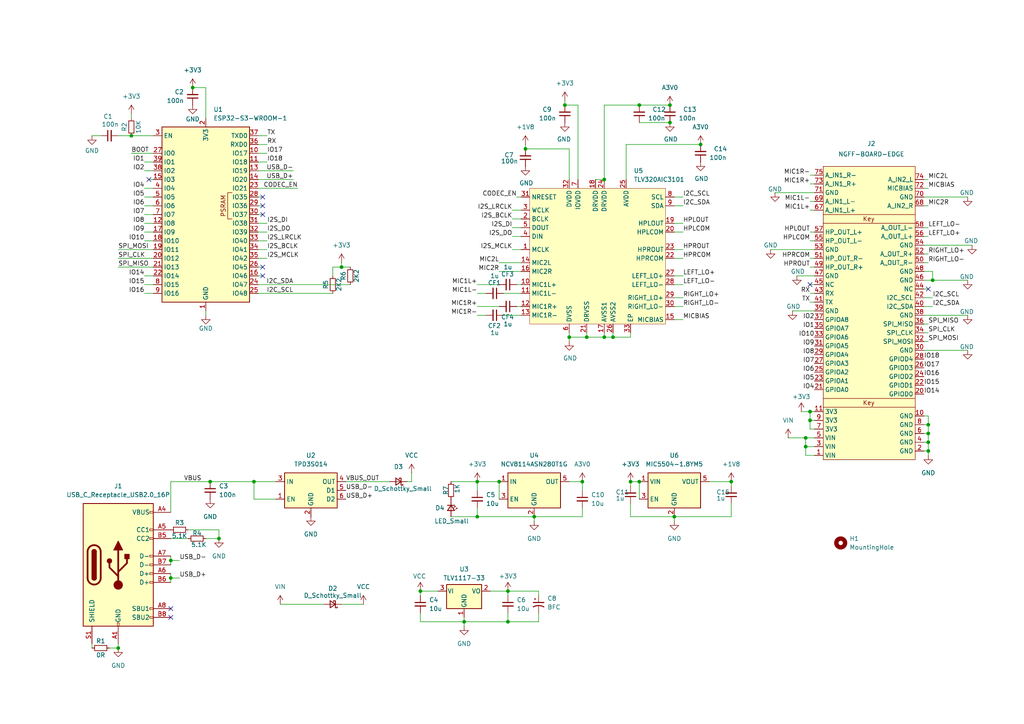
<source format=kicad_sch>
(kicad_sch (version 20231120) (generator "eeschema") (generator_version "8.0")
  (paper "A4")
  (junction (at 99.06 77.47))
  (junction (at 170.18 97.79))
  (junction (at 175.26 97.79))
  (junction (at 165.1 97.79))
  (junction (at 234.95 121.92))
  (junction (at 269.24 128.27))
  (junction (at 233.68 129.54))
  (junction (at 185.42 30.48))
  (junction (at 138.43 149.86))
  (junction (at 147.32 171.45))
  (junction (at 194.31 35.56))
  (junction (at 269.24 123.19))
  (junction (at 49.53 162.56))
  (junction (at 203.2 41.91))
  (junction (at 34.29 187.96))
  (junction (at 195.58 149.86))
  (junction (at 38.1 39.37))
  (junction (at 60.96 139.7))
  (junction (at 185.42 139.7))
  (junction (at 269.24 125.73))
  (junction (at 152.4 43.18))
  (junction (at 270.51 81.28))
  (junction (at 177.8 97.79))
  (junction (at 121.92 171.45))
  (junction (at 168.91 139.7))
  (junction (at 194.31 30.48))
  (junction (at 182.88 139.7))
  (junction (at 63.5 156.21))
  (junction (at 147.32 180.34))
  (junction (at 269.24 130.81))
  (junction (at 234.95 119.38))
  (junction (at 134.62 180.34))
  (junction (at 49.53 167.64))
  (junction (at 144.78 139.7))
  (junction (at 163.83 30.48))
  (junction (at 154.94 149.86))
  (junction (at 138.43 139.7))
  (junction (at 175.26 52.07))
  (junction (at 233.68 127))
  (junction (at 212.09 139.7))
  (junction (at 55.88 25.4))
  (junction (at 73.66 139.7))
  (no_connect (at 76.2 80.01))
  (no_connect (at 76.2 77.47))
  (no_connect (at 49.53 179.07))
  (no_connect (at 76.2 59.69))
  (no_connect (at 269.24 83.82))
  (no_connect (at 76.2 62.23))
  (no_connect (at 49.53 176.53))
  (no_connect (at 43.18 52.07))
  (no_connect (at 234.95 82.55))
  (no_connect (at 76.2 57.15))
  (wire (pts (xy 41.91 67.31) (xy 44.45 67.31)))
  (wire (pts (xy 267.97 93.98) (xy 269.24 93.98)))
  (wire (pts (xy 41.91 54.61) (xy 44.45 54.61)))
  (wire (pts (xy 26.67 39.37) (xy 29.21 39.37)))
  (wire (pts (xy 34.29 74.93) (xy 44.45 74.93)))
  (wire (pts (xy 119.38 137.16) (xy 119.38 139.7)))
  (wire (pts (xy 41.91 69.85) (xy 44.45 69.85)))
  (wire (pts (xy 31.75 187.96) (xy 34.29 187.96)))
  (wire (pts (xy 34.29 187.96) (xy 34.29 186.69)))
  (wire (pts (xy 41.91 82.55) (xy 44.45 82.55)))
  (wire (pts (xy 148.59 63.5) (xy 151.13 63.5)))
  (wire (pts (xy 270.51 81.28) (xy 267.97 81.28)))
  (wire (pts (xy 185.42 139.7) (xy 185.42 144.78)))
  (wire (pts (xy 85.09 52.07) (xy 74.93 52.07)))
  (wire (pts (xy 156.21 180.34) (xy 147.32 180.34)))
  (wire (pts (xy 144.78 139.7) (xy 144.78 144.78)))
  (wire (pts (xy 142.24 171.45) (xy 147.32 171.45)))
  (wire (pts (xy 234.95 85.09) (xy 236.22 85.09)))
  (wire (pts (xy 175.26 97.79) (xy 177.8 97.79)))
  (wire (pts (xy 148.59 72.39) (xy 151.13 72.39)))
  (wire (pts (xy 85.09 49.53) (xy 74.93 49.53)))
  (wire (pts (xy 130.81 149.86) (xy 138.43 149.86)))
  (wire (pts (xy 269.24 68.58) (xy 267.97 68.58)))
  (wire (pts (xy 234.95 74.93) (xy 236.22 74.93)))
  (wire (pts (xy 73.66 139.7) (xy 73.66 144.78)))
  (wire (pts (xy 194.31 30.48) (xy 185.42 30.48)))
  (wire (pts (xy 181.61 41.91) (xy 203.2 41.91)))
  (wire (pts (xy 198.12 72.39) (xy 195.58 72.39)))
  (wire (pts (xy 86.36 54.61) (xy 74.93 54.61)))
  (wire (pts (xy 233.68 127) (xy 236.22 127)))
  (wire (pts (xy 182.88 149.86) (xy 195.58 149.86)))
  (wire (pts (xy 146.05 85.09) (xy 151.13 85.09)))
  (wire (pts (xy 99.06 175.26) (xy 105.41 175.26)))
  (wire (pts (xy 121.92 171.45) (xy 121.92 172.72)))
  (wire (pts (xy 49.53 162.56) (xy 49.53 163.83)))
  (wire (pts (xy 63.5 153.67) (xy 63.5 156.21)))
  (wire (pts (xy 146.05 91.44) (xy 151.13 91.44)))
  (wire (pts (xy 74.93 85.09) (xy 96.52 85.09)))
  (wire (pts (xy 182.88 139.7) (xy 185.42 139.7)))
  (wire (pts (xy 269.24 123.19) (xy 267.97 123.19)))
  (wire (pts (xy 269.24 99.06) (xy 267.97 99.06)))
  (wire (pts (xy 77.47 46.99) (xy 74.93 46.99)))
  (wire (pts (xy 269.24 130.81) (xy 269.24 128.27)))
  (wire (pts (xy 59.69 25.4) (xy 59.69 34.29)))
  (wire (pts (xy 149.86 82.55) (xy 151.13 82.55)))
  (wire (pts (xy 212.09 140.97) (xy 212.09 139.7)))
  (wire (pts (xy 99.06 77.47) (xy 101.6 77.47)))
  (wire (pts (xy 175.26 30.48) (xy 175.26 52.07)))
  (wire (pts (xy 147.32 180.34) (xy 134.62 180.34)))
  (wire (pts (xy 49.53 139.7) (xy 49.53 148.59)))
  (wire (pts (xy 76.2 80.01) (xy 74.93 80.01)))
  (wire (pts (xy 182.88 146.05) (xy 182.88 149.86)))
  (wire (pts (xy 212.09 149.86) (xy 195.58 149.86)))
  (wire (pts (xy 152.4 43.18) (xy 165.1 43.18)))
  (wire (pts (xy 224.79 55.88) (xy 236.22 55.88)))
  (wire (pts (xy 165.1 97.79) (xy 165.1 96.52)))
  (wire (pts (xy 121.92 171.45) (xy 127 171.45)))
  (wire (pts (xy 134.62 179.07) (xy 134.62 180.34)))
  (wire (pts (xy 156.21 172.72) (xy 156.21 171.45)))
  (wire (pts (xy 138.43 139.7) (xy 144.78 139.7)))
  (wire (pts (xy 269.24 128.27) (xy 267.97 128.27)))
  (wire (pts (xy 234.95 121.92) (xy 234.95 124.46)))
  (wire (pts (xy 198.12 88.9) (xy 195.58 88.9)))
  (wire (pts (xy 269.24 76.2) (xy 267.97 76.2)))
  (wire (pts (xy 195.58 151.13) (xy 195.58 149.86)))
  (wire (pts (xy 234.95 53.34) (xy 236.22 53.34)))
  (wire (pts (xy 181.61 41.91) (xy 181.61 52.07)))
  (wire (pts (xy 49.53 167.64) (xy 52.07 167.64)))
  (wire (pts (xy 134.62 180.34) (xy 121.92 180.34)))
  (wire (pts (xy 149.86 57.15) (xy 151.13 57.15)))
  (wire (pts (xy 269.24 52.07) (xy 267.97 52.07)))
  (wire (pts (xy 138.43 149.86) (xy 154.94 149.86)))
  (wire (pts (xy 185.42 35.56) (xy 194.31 35.56)))
  (wire (pts (xy 229.87 90.17) (xy 236.22 90.17)))
  (wire (pts (xy 96.52 80.01) (xy 96.52 77.47)))
  (wire (pts (xy 59.69 156.21) (xy 63.5 156.21)))
  (wire (pts (xy 198.12 74.93) (xy 195.58 74.93)))
  (wire (pts (xy 233.68 129.54) (xy 236.22 129.54)))
  (wire (pts (xy 76.2 59.69) (xy 74.93 59.69)))
  (wire (pts (xy 269.24 120.65) (xy 267.97 120.65)))
  (wire (pts (xy 138.43 88.9) (xy 144.78 88.9)))
  (wire (pts (xy 198.12 92.71) (xy 195.58 92.71)))
  (wire (pts (xy 165.1 139.7) (xy 168.91 139.7)))
  (wire (pts (xy 198.12 80.01) (xy 195.58 80.01)))
  (wire (pts (xy 233.68 129.54) (xy 233.68 132.08)))
  (wire (pts (xy 168.91 147.32) (xy 168.91 149.86)))
  (wire (pts (xy 80.01 144.78) (xy 73.66 144.78)))
  (wire (pts (xy 234.95 58.42) (xy 236.22 58.42)))
  (wire (pts (xy 198.12 57.15) (xy 195.58 57.15)))
  (wire (pts (xy 77.47 67.31) (xy 74.93 67.31)))
  (wire (pts (xy 167.64 30.48) (xy 167.64 52.07)))
  (wire (pts (xy 167.64 30.48) (xy 163.83 30.48)))
  (wire (pts (xy 270.51 86.36) (xy 267.97 86.36)))
  (wire (pts (xy 138.43 139.7) (xy 138.43 142.24)))
  (wire (pts (xy 168.91 142.24) (xy 168.91 139.7)))
  (wire (pts (xy 175.26 97.79) (xy 175.26 96.52)))
  (wire (pts (xy 163.83 29.21) (xy 163.83 30.48)))
  (wire (pts (xy 41.91 62.23) (xy 44.45 62.23)))
  (wire (pts (xy 119.38 139.7) (xy 118.11 139.7)))
  (wire (pts (xy 138.43 85.09) (xy 140.97 85.09)))
  (wire (pts (xy 234.95 60.96) (xy 236.22 60.96)))
  (wire (pts (xy 76.2 57.15) (xy 74.93 57.15)))
  (wire (pts (xy 77.47 64.77) (xy 74.93 64.77)))
  (wire (pts (xy 54.61 153.67) (xy 63.5 153.67)))
  (wire (pts (xy 234.95 121.92) (xy 236.22 121.92)))
  (wire (pts (xy 198.12 59.69) (xy 195.58 59.69)))
  (wire (pts (xy 148.59 68.58) (xy 151.13 68.58)))
  (wire (pts (xy 41.91 57.15) (xy 44.45 57.15)))
  (wire (pts (xy 198.12 82.55) (xy 195.58 82.55)))
  (wire (pts (xy 60.96 139.7) (xy 73.66 139.7)))
  (wire (pts (xy 165.1 97.79) (xy 165.1 99.06)))
  (wire (pts (xy 234.95 67.31) (xy 236.22 67.31)))
  (wire (pts (xy 269.24 54.61) (xy 267.97 54.61)))
  (wire (pts (xy 149.86 88.9) (xy 151.13 88.9)))
  (wire (pts (xy 152.4 43.18) (xy 152.4 41.91)))
  (wire (pts (xy 234.95 69.85) (xy 236.22 69.85)))
  (wire (pts (xy 269.24 123.19) (xy 269.24 120.65)))
  (wire (pts (xy 81.28 175.26) (xy 93.98 175.26)))
  (wire (pts (xy 34.29 77.47) (xy 44.45 77.47)))
  (wire (pts (xy 269.24 130.81) (xy 267.97 130.81)))
  (wire (pts (xy 228.6 127) (xy 233.68 127)))
  (wire (pts (xy 233.68 127) (xy 233.68 129.54)))
  (wire (pts (xy 269.24 96.52) (xy 267.97 96.52)))
  (wire (pts (xy 205.74 139.7) (xy 212.09 139.7)))
  (wire (pts (xy 99.06 76.2) (xy 99.06 77.47)))
  (wire (pts (xy 147.32 171.45) (xy 156.21 171.45)))
  (wire (pts (xy 267.97 101.6) (xy 280.67 101.6)))
  (wire (pts (xy 41.91 64.77) (xy 44.45 64.77)))
  (wire (pts (xy 59.69 25.4) (xy 55.88 25.4)))
  (wire (pts (xy 168.91 149.86) (xy 154.94 149.86)))
  (wire (pts (xy 38.1 39.37) (xy 44.45 39.37)))
  (wire (pts (xy 77.47 72.39) (xy 74.93 72.39)))
  (wire (pts (xy 269.24 66.04) (xy 267.97 66.04)))
  (wire (pts (xy 269.24 132.08) (xy 269.24 130.81)))
  (wire (pts (xy 198.12 64.77) (xy 195.58 64.77)))
  (wire (pts (xy 148.59 60.96) (xy 151.13 60.96)))
  (wire (pts (xy 269.24 125.73) (xy 267.97 125.73)))
  (wire (pts (xy 172.72 52.07) (xy 175.26 52.07)))
  (wire (pts (xy 234.95 87.63) (xy 236.22 87.63)))
  (wire (pts (xy 165.1 43.18) (xy 165.1 52.07)))
  (wire (pts (xy 41.91 85.09) (xy 44.45 85.09)))
  (wire (pts (xy 138.43 91.44) (xy 140.97 91.44)))
  (wire (pts (xy 198.12 67.31) (xy 195.58 67.31)))
  (wire (pts (xy 269.24 59.69) (xy 267.97 59.69)))
  (wire (pts (xy 38.1 34.29) (xy 38.1 33.02)))
  (wire (pts (xy 267.97 57.15) (xy 280.67 57.15)))
  (wire (pts (xy 231.14 80.01) (xy 236.22 80.01)))
  (wire (pts (xy 223.52 72.39) (xy 236.22 72.39)))
  (wire (pts (xy 138.43 82.55) (xy 144.78 82.55)))
  (wire (pts (xy 267.97 71.12) (xy 281.94 71.12)))
  (wire (pts (xy 73.66 139.7) (xy 80.01 139.7)))
  (wire (pts (xy 234.95 119.38) (xy 234.95 121.92)))
  (wire (pts (xy 234.95 50.8) (xy 236.22 50.8)))
  (wire (pts (xy 198.12 86.36) (xy 195.58 86.36)))
  (wire (pts (xy 74.93 82.55) (xy 101.6 82.55)))
  (wire (pts (xy 49.53 167.64) (xy 49.53 168.91)))
  (wire (pts (xy 269.24 125.73) (xy 269.24 128.27)))
  (wire (pts (xy 96.52 77.47) (xy 99.06 77.47)))
  (wire (pts (xy 175.26 30.48) (xy 185.42 30.48)))
  (wire (pts (xy 270.51 88.9) (xy 267.97 88.9)))
  (wire (pts (xy 165.1 97.79) (xy 170.18 97.79)))
  (wire (pts (xy 154.94 151.13) (xy 154.94 149.86)))
  (wire (pts (xy 41.91 46.99) (xy 44.45 46.99)))
  (wire (pts (xy 77.47 74.93) (xy 74.93 74.93)))
  (wire (pts (xy 74.93 39.37) (xy 77.47 39.37)))
  (wire (pts (xy 147.32 177.8) (xy 147.32 180.34)))
  (wire (pts (xy 182.88 97.79) (xy 182.88 96.52)))
  (wire (pts (xy 267.97 78.74) (xy 270.51 78.74)))
  (wire (pts (xy 49.53 162.56) (xy 52.07 162.56)))
  (wire (pts (xy 144.78 78.74) (xy 151.13 78.74)))
  (wire (pts (xy 144.78 76.2) (xy 151.13 76.2)))
  (wire (pts (xy 100.33 139.7) (xy 113.03 139.7)))
  (wire (pts (xy 156.21 177.8) (xy 156.21 180.34)))
  (wire (pts (xy 170.18 97.79) (xy 170.18 96.52)))
  (wire (pts (xy 234.95 77.47) (xy 236.22 77.47)))
  (wire (pts (xy 234.95 119.38) (xy 236.22 119.38)))
  (wire (pts (xy 59.69 91.44) (xy 59.69 90.17)))
  (wire (pts (xy 212.09 146.05) (xy 212.09 149.86)))
  (wire (pts (xy 49.53 161.29) (xy 49.53 162.56)))
  (wire (pts (xy 74.93 41.91) (xy 77.47 41.91)))
  (wire (pts (xy 138.43 147.32) (xy 138.43 149.86)))
  (wire (pts (xy 177.8 97.79) (xy 182.88 97.79)))
  (wire (pts (xy 49.53 156.21) (xy 54.61 156.21)))
  (wire (pts (xy 148.59 66.04) (xy 151.13 66.04)))
  (wire (pts (xy 76.2 62.23) (xy 74.93 62.23)))
  (wire (pts (xy 182.88 140.97) (xy 182.88 139.7)))
  (wire (pts (xy 234.95 82.55) (xy 236.22 82.55)))
  (wire (pts (xy 280.67 81.28) (xy 270.51 81.28)))
  (wire (pts (xy 267.97 91.44) (xy 280.67 91.44)))
  (wire (pts (xy 170.18 97.79) (xy 175.26 97.79)))
  (wire (pts (xy 41.91 80.01) (xy 44.45 80.01)))
  (wire (pts (xy 76.2 77.47) (xy 74.93 77.47)))
  (wire (pts (xy 269.24 73.66) (xy 267.97 73.66)))
  (wire (pts (xy 34.29 39.37) (xy 38.1 39.37)))
  (wire (pts (xy 43.18 52.07) (xy 44.45 52.07)))
  (wire (pts (xy 233.68 132.08) (xy 236.22 132.08)))
  (wire (pts (xy 41.91 59.69) (xy 44.45 59.69)))
  (wire (pts (xy 130.81 139.7) (xy 138.43 139.7)))
  (wire (pts (xy 26.67 187.96) (xy 26.67 186.69)))
  (wire (pts (xy 49.53 166.37) (xy 49.53 167.64)))
  (wire (pts (xy 38.1 44.45) (xy 44.45 44.45)))
  (wire (pts (xy 234.95 124.46) (xy 236.22 124.46)))
  (wire (pts (xy 134.62 181.61) (xy 134.62 180.34)))
  (wire (pts (xy 77.47 44.45) (xy 74.93 44.45)))
  (wire (pts (xy 121.92 180.34) (xy 121.92 177.8)))
  (wire (pts (xy 269.24 125.73) (xy 269.24 123.19)))
  (wire (pts (xy 49.53 139.7) (xy 60.96 139.7)))
  (wire (pts (xy 232.41 119.38) (xy 234.95 119.38)))
  (wire (pts (xy 34.29 72.39) (xy 44.45 72.39)))
  (wire (pts (xy 270.51 78.74) (xy 270.51 81.28)))
  (wire (pts (xy 147.32 171.45) (xy 147.32 172.72)))
  (wire (pts (xy 77.47 69.85) (xy 74.93 69.85)))
  (wire (pts (xy 269.24 83.82) (xy 267.97 83.82)))
  (wire (pts (xy 41.91 49.53) (xy 44.45 49.53)))
  (wire (pts (xy 177.8 97.79) (xy 177.8 96.52)))
  (label "I2C_SCL" (at 270.51 86.36 0))
  (label "IO16" (at 267.97 109.22 0))
  (label "SPI_MISO" (at 34.29 77.47 0))
  (label "RIGHT_LO-" (at 198.12 88.9 0))
  (label "I2C_SCL" (at 198.12 57.15 0))
  (label "USB_D+" (at 52.07 167.64 0))
  (label "BOOT" (at 38.1 44.45 0))
  (label "CODEC_EN" (at 86.36 54.61 180))
  (label "IO10" (at 41.91 69.85 180))
  (label "I2S_BCLK" (at 77.47 72.39 0))
  (label "IO17" (at 77.47 44.45 0))
  (label "SPI_CLK" (at 34.29 74.93 0))
  (label "MIC1L+" (at 138.43 82.55 180))
  (label "USB_D+" (at 100.33 144.78 0))
  (label "IO4" (at 41.91 54.61 180))
  (label "I2C_SDA" (at 270.51 88.9 0))
  (label "IO17" (at 267.97 106.68 0))
  (label "IO2" (at 41.91 49.53 180))
  (label "HPRCOM" (at 234.95 74.93 180))
  (label "I2C_SCL" (at 85.09 85.09 180))
  (label "IO18" (at 267.97 104.14 0))
  (label "LEFT_LO-" (at 269.24 66.04 0))
  (label "SPI_MISO" (at 269.24 93.98 0))
  (label "MIC2L" (at 144.78 76.2 180))
  (label "MIC1R+" (at 234.95 53.34 180))
  (label "RX" (at 77.47 41.91 0))
  (label "IO9" (at 41.91 67.31 180))
  (label "IO5" (at 236.22 110.49 180))
  (label "VBUS_OUT" (at 100.33 139.7 0))
  (label "I2S_DO" (at 148.59 68.58 180))
  (label "IO9" (at 236.22 100.33 180))
  (label "MIC1R+" (at 138.43 88.9 180))
  (label "HPRCOM" (at 198.12 74.93 0))
  (label "I2S_MCLK" (at 148.59 72.39 180))
  (label "MIC1R-" (at 234.95 50.8 180))
  (label "I2S_DI" (at 77.47 64.77 0))
  (label "I2C_SDA" (at 85.09 82.55 180))
  (label "LEFT_LO-" (at 198.12 82.55 0))
  (label "IO4" (at 236.22 113.03 180))
  (label "IO18" (at 77.47 46.99 0))
  (label "LEFT_LO+" (at 198.12 80.01 0))
  (label "I2C_SDA" (at 198.12 59.69 0))
  (label "IO10" (at 236.22 97.79 180))
  (label "IO15" (at 41.91 82.55 180))
  (label "IO15" (at 267.97 111.76 0))
  (label "MICBIAS" (at 269.24 54.61 0))
  (label "RIGHT_LO+" (at 198.12 86.36 0))
  (label "HPLCOM" (at 234.95 69.85 180))
  (label "IO7" (at 41.91 62.23 180))
  (label "I2S_LRCLK" (at 77.47 69.85 0))
  (label "USB_D-" (at 100.33 142.24 0))
  (label "IO5" (at 41.91 57.15 180))
  (label "USB_D-" (at 52.07 162.56 0))
  (label "IO1" (at 236.22 95.25 180))
  (label "LEFT_LO+" (at 269.24 68.58 0))
  (label "I2S_LRCLK" (at 148.59 60.96 180))
  (label "IO8" (at 236.22 102.87 180))
  (label "USB_D-" (at 85.09 49.53 180))
  (label "RIGHT_LO+" (at 269.24 73.66 0))
  (label "MIC2L" (at 269.24 52.07 0))
  (label "IO8" (at 41.91 64.77 180))
  (label "MIC2R" (at 144.78 78.74 180))
  (label "TX" (at 234.95 87.63 180))
  (label "VBUS" (at 53.34 139.7 0))
  (label "I2S_BCLK" (at 148.59 63.5 180))
  (label "I2S_DO" (at 77.47 67.31 0))
  (label "MICBIAS" (at 198.12 92.71 0))
  (label "RX" (at 234.95 85.09 180))
  (label "SPI_CLK" (at 269.24 96.52 0))
  (label "HPLOUT" (at 198.12 64.77 0))
  (label "MIC2R" (at 269.24 59.69 0))
  (label "USB_D+" (at 85.09 52.07 180))
  (label "TX" (at 77.47 39.37 0))
  (label "IO1" (at 41.91 46.99 180))
  (label "RIGHT_LO-" (at 269.24 76.2 0))
  (label "MIC1L-" (at 138.43 85.09 180))
  (label "IO7" (at 236.22 105.41 180))
  (label "HPLCOM" (at 198.12 67.31 0))
  (label "IO14" (at 41.91 80.01 180))
  (label "HPROUT" (at 234.95 77.47 180))
  (label "IO14" (at 267.97 114.3 0))
  (label "IO6" (at 236.22 107.95 180))
  (label "I2S_DI" (at 148.59 66.04 180))
  (label "CODEC_EN" (at 149.86 57.15 180))
  (label "HPLOUT" (at 234.95 67.31 180))
  (label "HPROUT" (at 198.12 72.39 0))
  (label "MIC1R-" (at 138.43 91.44 180))
  (label "IO2" (at 236.22 92.71 180))
  (label "SPI_MOSI" (at 34.29 72.39 0))
  (label "IO16" (at 41.91 85.09 180))
  (label "I2S_MCLK" (at 77.47 74.93 0))
  (label "MIC1L-" (at 234.95 58.42 180))
  (label "SPI_MOSI" (at 269.24 99.06 0))
  (label "MIC1L+" (at 234.95 60.96 180))
  (label "IO6" (at 41.91 59.69 180))
  (symbol (lib_id "power:VDD") (at 81.28 175.26 0) (unit 1)
    (property "Reference" "#PWR09" (effects (hide yes)))
    (property "Value" "VIN" (at 81.28 170.18 0))
    (property "Description" "Power symbol creates a global label with name \"VDD\"" (effects (hide yes)))
  )
  (symbol (lib_id "HypersonicLib:TLV320AIC3101") (at 173.99 80.01 0) (unit 1)
    (property "Reference" "U5" (at 183.8041 49.53 0) (effects (justify left)))
    (property "Value" "TLV320AIC3101" (at 183.8041 52.07 0) (effects (justify left)))
    (property "Footprint" "Package_DFN_QFN:QFN-32-1EP_5x5mm_P0.5mm_EP3.45x3.45mm" (effects (hide yes)))
  )
  (symbol (lib_id "Device:C_Small") (at 138.43 144.78 0) (unit 1)
    (property "Reference" "C5" (at 140.97 143.5162 0) (effects (justify left)))
    (property "Value" "10u" (at 140.97 146.0562 0) (effects (justify left)))
    (property "Footprint" "Capacitor_SMD:C_0805_2012Metric" (effects (hide yes)))
    (property "Description" "Unpolarized capacitor, small symbol" (effects (hide yes)))
  )
  (symbol (lib_id "Device:C_Small") (at 185.42 33.02 180) (unit 1)
    (property "Reference" "C12" (at 189.23 31.75 0) (effects (justify right)))
    (property "Value" "100n" (at 187.96 34.29 0) (effects (justify right)))
    (property "Footprint" "Capacitor_SMD:C_0402_1005Metric" (effects (hide yes)))
    (property "Description" "Unpolarized capacitor, small symbol" (effects (hide yes)))
  )
  (symbol (lib_id "Device:C_Small") (at 194.31 33.02 180) (unit 1)
    (property "Reference" "C13" (at 198.12 31.75 0) (effects (justify right)))
    (property "Value" "100n" (at 196.85 34.29 0) (effects (justify right)))
    (property "Footprint" "Capacitor_SMD:C_0402_1005Metric" (effects (hide yes)))
    (property "Description" "Unpolarized capacitor, small symbol" (effects (hide yes)))
  )
  (symbol (lib_id "power:VDDA") (at 194.31 30.48 0) (unit 1)
    (property "Reference" "#PWR027" (effects (hide yes)))
    (property "Value" "A3V0" (at 194.31 25.4 0))
    (property "Description" "Power symbol creates a global label with name \"VDDA\"" (effects (hide yes)))
  )
  (symbol (lib_id "Device:C_Small") (at 55.88 27.94 0) (mirror x) (unit 1)
    (property "Reference" "C2" (at 53.34 26.6635 0) (effects (justify right)))
    (property "Value" "100n" (at 53.34 29.2035 0) (effects (justify right)))
    (property "Footprint" "Capacitor_SMD:C_0402_1005Metric" (effects (hide yes)))
    (property "Description" "Unpolarized capacitor, small symbol" (effects (hide yes)))
  )
  (symbol (lib_id "power:GND") (at 280.67 91.44 0) (unit 1)
    (property "Reference" "#PWR042" (effects (hide yes)))
    (property "Value" "GND" (at 280.416 90.424 0))
    (property "Description" "Power symbol creates a global label with name \"GND\" , ground" (effects (hide yes)))
  )
  (symbol (lib_id "power:GND") (at 26.67 39.37 0) (mirror y) (unit 1)
    (property "Reference" "#PWR01" (effects (hide yes)))
    (property "Value" "GND" (at 26.67 43.688 0))
    (property "Description" "Power symbol creates a global label with name \"GND\" , ground" (effects (hide yes)))
  )
  (symbol (lib_id "power:GND") (at 152.4 48.26 0) (unit 1)
    (property "Reference" "#PWR020" (effects (hide yes)))
    (property "Value" "GND" (at 152.654 53.086 0))
    (property "Description" "Power symbol creates a global label with name \"GND\" , ground" (effects (hide yes)))
  )
  (symbol (lib_id "power:GND") (at 203.2 46.99 0) (unit 1)
    (property "Reference" "#PWR031" (effects (hide yes)))
    (property "Value" "GND" (at 203.454 51.816 0))
    (property "Description" "Power symbol creates a global label with name \"GND\" , ground" (effects (hide yes)))
  )
  (symbol (lib_id "power:+3V3") (at 55.88 25.4 0) (mirror y) (unit 1)
    (property "Reference" "#PWR04" (effects (hide yes)))
    (property "Value" "+3V3" (at 55.88 20.32 0))
    (property "Description" "Power symbol creates a global label with name \"+3V3\"" (effects (hide yes)))
  )
  (symbol (lib_id "Device:C_Polarized_Small_US") (at 156.21 175.26 0) (unit 1)
    (property "Reference" "C8" (at 158.75 173.5581 0) (effects (justify left)))
    (property "Value" "BFC" (at 158.75 176.0981 0) (effects (justify left)))
    (property "Footprint" "Capacitor_SMD:C_Elec_6.3x5.8" (effects (hide yes)))
    (property "Description" "Polarized capacitor, small US symbol" (effects (hide yes)))
  )
  (symbol (lib_id "Device:C_Small") (at 203.2 44.45 180) (unit 1)
    (property "Reference" "C14" (at 207.01 43.18 0) (effects (justify right)))
    (property "Value" "100n" (at 205.74 45.72 0) (effects (justify right)))
    (property "Footprint" "Capacitor_SMD:C_0402_1005Metric" (effects (hide yes)))
    (property "Description" "Unpolarized capacitor, small symbol" (effects (hide yes)))
  )
  (symbol (lib_id "Device:C_Small") (at 147.32 175.26 0) (unit 1)
    (property "Reference" "C6" (at 149.86 173.9962 0) (effects (justify left)))
    (property "Value" "10u" (at 149.86 176.5362 0) (effects (justify left)))
    (property "Footprint" "Capacitor_SMD:C_0805_2012Metric" (effects (hide yes)))
    (property "Description" "Unpolarized capacitor, small symbol" (effects (hide yes)))
  )
  (symbol (lib_id "power:VCC") (at 121.92 171.45 0) (unit 1)
    (property "Reference" "#PWR015" (effects (hide yes)))
    (property "Value" "VCC" (at 121.666 167.132 0))
    (property "Description" "Power symbol creates a global label with name \"VCC\"" (effects (hide yes)))
  )
  (symbol (lib_id "power:GND") (at 90.17 149.86 0) (unit 1)
    (property "Reference" "#PWR011" (effects (hide yes)))
    (property "Value" "GND" (at 90.17 154.94 0))
    (property "Description" "Power symbol creates a global label with name \"GND\" , ground" (effects (hide yes)))
  )
  (symbol (lib_id "RF_Module:ESP32-S3-WROOM-1") (at 59.69 62.23 0) (unit 1)
    (property "Reference" "U1" (at 61.8841 31.75 0) (effects (justify left)))
    (property "Value" "ESP32-S3-WROOM-1" (at 61.8841 34.29 0) (effects (justify left)))
    (property "Footprint" "RF_Module:ESP32-S3-WROOM-1U" (effects (hide yes)))
    (property "Datasheet" "https://www.espressif.com/sites/default/files/documentation/esp32-s3-wroom-1_wroom-1u_datasheet_en.pdf" (effects (hide yes)))
    (property "Description" "RF Module, ESP32-S3 SoC, Wi-Fi 802.11b/g/n, Bluetooth, BLE, 32-bit, 3.3V, onboard antenna, SMD" (effects (hide yes)))
  )
  (symbol (lib_id "Device:R_Small") (at 96.52 82.55 180) (unit 1)
    (property "Reference" "R5" (at 94.488 82.55 90))
    (property "Value" "2K2" (at 98.298 82.55 90))
    (property "Footprint" "Resistor_SMD:R_0402_1005Metric" (effects (hide yes)))
    (property "Description" "Resistor, small symbol" (effects (hide yes)))
  )
  (symbol (lib_id "power:GND") (at 55.88 30.48 0) (mirror y) (unit 1)
    (property "Reference" "#PWR05" (effects (hide yes)))
    (property "Value" "GND" (at 55.88 34.544 0))
    (property "Description" "Power symbol creates a global label with name \"GND\" , ground" (effects (hide yes)))
  )
  (symbol (lib_id "Mechanical:MountingHole") (at 243.84 157.48 0) (unit 1) (exclude_from_sim yes) (in_bom no)
    (property "Reference" "H1" (at 246.38 156.2099 0) (effects (justify left)))
    (property "Value" "MountingHole" (at 246.38 158.7499 0) (effects (justify left)))
    (property "Footprint" "MountingHole:MountingHole_2.2mm_M2" (effects (hide yes)))
    (property "Description" "Mounting Hole without connection" (effects (hide yes)))
  )
  (symbol (lib_id "power:+1V8") (at 212.09 139.7 0) (unit 1)
    (property "Reference" "#PWR032" (effects (hide yes)))
    (property "Value" "+1V8" (at 212.09 134.62 0))
    (property "Description" "Power symbol creates a global label with name \"+1V8\"" (effects (hide yes)))
  )
  (symbol (lib_id "power:GND") (at 269.24 132.08 0) (unit 1)
    (property "Reference" "#PWR039" (effects (hide yes)))
    (property "Value" "GND" (at 269.24 137.16 0))
    (property "Description" "Power symbol creates a global label with name \"GND\" , ground" (effects (hide yes)))
  )
  (symbol (lib_id "power:GND") (at 280.67 57.15 0) (unit 1)
    (property "Reference" "#PWR040" (effects (hide yes)))
    (property "Value" "GND" (at 280.416 55.88 0))
    (property "Description" "Power symbol creates a global label with name \"GND\" , ground" (effects (hide yes)))
  )
  (symbol (lib_id "power:+3V3") (at 182.88 139.7 0) (unit 1)
    (property "Reference" "#PWR026" (effects (hide yes)))
    (property "Value" "+3V3" (at 182.88 134.62 0))
    (property "Description" "Power symbol creates a global label with name \"+3V3\"" (effects (hide yes)))
  )
  (symbol (lib_id "Device:R_Small") (at 29.21 187.96 90) (unit 1)
    (property "Reference" "R1" (at 29.21 185.928 90))
    (property "Value" "0R" (at 29.21 189.992 90))
    (property "Footprint" "Resistor_SMD:R_0402_1005Metric" (effects (hide yes)))
    (property "Description" "Resistor, small symbol" (effects (hide yes)))
  )
  (symbol (lib_id "Device:R_Small") (at 130.81 142.24 180) (unit 1)
    (property "Reference" "R7" (at 129.286 142.24 90))
    (property "Value" "1K" (at 132.588 141.732 90))
    (property "Footprint" "Resistor_SMD:R_0402_1005Metric" (effects (hide yes)))
    (property "Description" "Resistor, small symbol" (effects (hide yes)))
  )
  (symbol (lib_id "Device:C_Small") (at 121.92 175.26 0) (unit 1)
    (property "Reference" "C4" (at 124.46 173.9962 0) (effects (justify left)))
    (property "Value" "10u" (at 124.46 176.5362 0) (effects (justify left)))
    (property "Footprint" "Capacitor_SMD:C_0805_2012Metric" (effects (hide yes)))
    (property "Description" "Unpolarized capacitor, small symbol" (effects (hide yes)))
  )
  (symbol (lib_id "Regulator_Linear:TLV1117-33") (at 134.62 171.45 0) (unit 1)
    (property "Reference" "U3" (at 134.62 165.1 0))
    (property "Value" "TLV1117-33" (at 134.62 167.64 0))
    (property "Footprint" "Package_TO_SOT_SMD:SOT-223-3_TabPin2" (effects (hide yes)))
    (property "Datasheet" "http://www.ti.com/lit/ds/symlink/tlv1117.pdf" (effects (hide yes)))
    (property "Description" "800mA Low-Dropout Linear Regulator, 3.3V fixed output, TO-220/TO-252/TO-263/SOT-223" (effects (hide yes)))
  )
  (symbol (lib_id "power:+3V3") (at 38.1 33.02 0) (mirror y) (unit 1)
    (property "Reference" "#PWR03" (effects (hide yes)))
    (property "Value" "+3V3" (at 38.1 27.94 0))
    (property "Description" "Power symbol creates a global label with name \"+3V3\"" (effects (hide yes)))
  )
  (symbol (lib_id "Device:C_Small") (at 182.88 143.51 180) (unit 1)
    (property "Reference" "C11" (at 178.562 142.748 0) (effects (justify right)))
    (property "Value" "1u" (at 178.562 144.526 0) (effects (justify right)))
    (property "Footprint" "Capacitor_SMD:C_0603_1608Metric" (effects (hide yes)))
    (property "Description" "Unpolarized capacitor, small symbol" (effects (hide yes)))
  )
  (symbol (lib_id "Device:R_Small") (at 101.6 80.01 180) (unit 1)
    (property "Reference" "R6" (at 99.568 80.01 90))
    (property "Value" "2K2" (at 103.378 80.01 90))
    (property "Footprint" "Resistor_SMD:R_0402_1005Metric" (effects (hide yes)))
    (property "Description" "Resistor, small symbol" (effects (hide yes)))
  )
  (symbol (lib_id "power:+1V8") (at 152.4 41.91 0) (unit 1)
    (property "Reference" "#PWR019" (effects (hide yes)))
    (property "Value" "+1V8" (at 152.4 36.83 0))
    (property "Description" "Power symbol creates a global label with name \"+1V8\"" (effects (hide yes)))
  )
  (symbol (lib_id "Device:D_Schottky_Small") (at 115.57 139.7 180) (unit 1)
    (property "Reference" "D3" (at 115.57 135.382 0))
    (property "Value" "D_Schottky_Small" (at 116.84 141.732 0))
    (property "Footprint" "Diode_SMD:D_SOD-323_HandSoldering" (effects (hide yes)))
    (property "Description" "Schottky diode, small symbol" (effects (hide yes)))
  )
  (symbol (lib_id "power:+3V3") (at 232.41 119.38 0) (unit 1)
    (property "Reference" "#PWR038" (effects (hide yes)))
    (property "Value" "+3V3" (at 232.41 115.062 0))
    (property "Description" "Power symbol creates a global label with name \"+3V3\"" (effects (hide yes)))
  )
  (symbol (lib_id "power:GND") (at 224.79 55.88 0) (unit 1)
    (property "Reference" "#PWR034" (effects (hide yes)))
    (property "Value" "GND" (at 224.79 54.864 0))
    (property "Description" "Power symbol creates a global label with name \"GND\" , ground" (effects (hide yes)))
  )
  (symbol (lib_id "power:GND") (at 281.94 71.12 0) (unit 1)
    (property "Reference" "#PWR044" (effects (hide yes)))
    (property "Value" "GND" (at 281.686 69.85 0))
    (property "Description" "Power symbol creates a global label with name \"GND\" , ground" (effects (hide yes)))
  )
  (symbol (lib_id "Device:D_Schottky_Small") (at 96.52 175.26 180) (unit 1)
    (property "Reference" "D2" (at 96.52 170.688 0))
    (property "Value" "D_Schottky_Small" (at 96.52 172.72 0))
    (property "Footprint" "Diode_SMD:D_SOD-323_HandSoldering" (effects (hide yes)))
    (property "Description" "Schottky diode, small symbol" (effects (hide yes)))
  )
  (symbol (lib_id "power:GND") (at 60.96 144.78 0) (unit 1)
    (property "Reference" "#PWR07" (effects (hide yes)))
    (property "Value" "GND" (at 60.96 149.86 0))
    (property "Description" "Power symbol creates a global label with name \"GND\" , ground" (effects (hide yes)))
  )
  (symbol (lib_id "Regulator_Linear:MIC5504-1.8YM5") (at 195.58 142.24 0) (unit 1)
    (property "Reference" "U6" (at 195.58 132.08 0))
    (property "Value" "MIC5504-1.8YM5" (at 195.58 134.62 0))
    (property "Footprint" "Package_TO_SOT_SMD:SOT-23-5" (effects (hide yes)))
    (property "Datasheet" "http://ww1.microchip.com/downloads/en/DeviceDoc/MIC550X.pdf" (effects (hide yes)))
    (property "Description" "300mA Low-dropout Voltage Regulator, Vout 1.8V, Vin up to 5.5V, SOT-23" (effects (hide yes)))
  )
  (symbol (lib_id "power:VCC") (at 105.41 175.26 0) (unit 1)
    (property "Reference" "#PWR013" (effects (hide yes)))
    (property "Value" "VCC" (at 105.41 170.18 0))
    (property "Description" "Power symbol creates a global label with name \"VCC\"" (effects (hide yes)))
  )
  (symbol (lib_id "power:GND") (at 154.94 151.13 0) (unit 1)
    (property "Reference" "#PWR021" (effects (hide yes)))
    (property "Value" "GND" (at 154.94 156.21 0))
    (property "Description" "Power symbol creates a global label with name \"GND\" , ground" (effects (hide yes)))
  )
  (symbol (lib_id "power:+3V3") (at 99.06 76.2 0) (mirror y) (unit 1)
    (property "Reference" "#PWR012" (effects (hide yes)))
    (property "Value" "+3V3" (at 99.06 71.12 0))
    (property "Description" "Power symbol creates a global label with name \"+3V3\"" (effects (hide yes)))
  )
  (symbol (lib_id "power:GND") (at 280.67 101.6 0) (unit 1)
    (property "Reference" "#PWR043" (effects (hide yes)))
    (property "Value" "GND" (at 280.416 100.584 0))
    (property "Description" "Power symbol creates a global label with name \"GND\" , ground" (effects (hide yes)))
  )
  (symbol (lib_id "power:GND") (at 165.1 99.06 0) (unit 1)
    (property "Reference" "#PWR024" (effects (hide yes)))
    (property "Value" "GND" (at 165.354 103.886 0))
    (property "Description" "Power symbol creates a global label with name \"GND\" , ground" (effects (hide yes)))
  )
  (symbol (lib_id "power:+3V3") (at 138.43 139.7 0) (unit 1)
    (property "Reference" "#PWR017" (effects (hide yes)))
    (property "Value" "+3V3" (at 138.43 134.62 0))
    (property "Description" "Power symbol creates a global label with name \"+3V3\"" (effects (hide yes)))
  )
  (symbol (lib_id "Regulator_Linear:NCV8114ASN280T1G") (at 154.94 142.24 0) (unit 1)
    (property "Reference" "U4" (at 154.94 132.08 0))
    (property "Value" "NCV8114ASN280T1G" (at 154.94 134.62 0))
    (property "Footprint" "Package_TO_SOT_SMD:TSOT-23-5" (effects (hide yes)))
    (property "Datasheet" "https://ru.mouser.com/datasheet/2/308/NCV8114-D-1107616.pdf" (effects (hide yes)))
    (property "Description" "300mA, Low Noise, Linear Regulator with output active discharge function, 1.7-5.5V input voltage range, 2.8V fixed positive output, TSOT-23-5" (effects (hide yes)))
  )
  (symbol (lib_id "power:GND") (at 63.5 156.21 0) (unit 1)
    (property "Reference" "#PWR08" (effects (hide yes)))
    (property "Value" "GND" (at 63.5 161.29 0))
    (property "Description" "Power symbol creates a global label with name \"GND\" , ground" (effects (hide yes)))
  )
  (symbol (lib_id "power:VCC") (at 119.38 137.16 0) (unit 1)
    (property "Reference" "#PWR014" (effects (hide yes)))
    (property "Value" "VCC" (at 119.38 132.08 0))
    (property "Description" "Power symbol creates a global label with name \"VCC\"" (effects (hide yes)))
  )
  (symbol (lib_id "power:GND") (at 229.87 90.17 0) (unit 1)
    (property "Reference" "#PWR036" (effects (hide yes)))
    (property "Value" "GND" (at 230.124 88.9 0))
    (property "Description" "Power symbol creates a global label with name \"GND\" , ground" (effects (hide yes)))
  )
  (symbol (lib_id "Device:C_Small") (at 60.96 142.24 0) (unit 1)
    (property "Reference" "C3" (at 63.5 140.9762 0) (effects (justify left)))
    (property "Value" "100n" (at 63.5 143.5162 0) (effects (justify left)))
    (property "Footprint" "Capacitor_SMD:C_0402_1005Metric" (effects (hide yes)))
    (property "Description" "Unpolarized capacitor, small symbol" (effects (hide yes)))
  )
  (symbol (lib_id "power:VDD") (at 228.6 127 0) (unit 1)
    (property "Reference" "#PWR035" (effects (hide yes)))
    (property "Value" "VIN" (at 228.6 121.92 0))
    (property "Description" "Power symbol creates a global label with name \"VDD\"" (effects (hide yes)))
  )
  (symbol (lib_id "Device:R_Small") (at 57.15 156.21 90) (unit 1)
    (property "Reference" "R4" (at 57.15 154.686 90))
    (property "Value" "5.1K" (at 57.658 157.988 90))
    (property "Footprint" "Resistor_SMD:R_0402_1005Metric" (effects (hide yes)))
    (property "Description" "Resistor, small symbol" (effects (hide yes)))
  )
  (symbol (lib_id "Connector:USB_C_Receptacle_USB2.0_16P") (at 34.29 163.83 0) (unit 1)
    (property "Reference" "J1" (at 34.29 140.97 0))
    (property "Value" "USB_C_Receptacle_USB2.0_16P" (at 34.29 143.51 0))
    (property "Footprint" "Connector_USB:USB_C_Receptacle_HRO_TYPE-C-31-M-12" (effects (hide yes)))
    (property "Datasheet" "https://www.usb.org/sites/default/files/documents/usb_type-c.zip" (effects (hide yes)))
    (property "Description" "USB 2.0-only 16P Type-C Receptacle connector" (effects (hide yes)))
  )
  (symbol (lib_id "power:GND") (at 194.31 35.56 0) (unit 1)
    (property "Reference" "#PWR028" (effects (hide yes)))
    (property "Value" "GND" (at 194.564 40.386 0))
    (property "Description" "Power symbol creates a global label with name \"GND\" , ground" (effects (hide yes)))
  )
  (symbol (lib_id "Device:C_Small") (at 143.51 85.09 270) (mirror x) (unit 1)
    (property "Reference" "CF1" (at 145.288 82.042 90) (effects (justify right)))
    (property "Value" "1u" (at 144.78 80.01 90) (effects (justify right)))
    (property "Footprint" "Capacitor_SMD:C_1210_3225Metric" (effects (hide yes)))
    (property "Description" "Unpolarized capacitor, small symbol" (effects (hide yes)))
  )
  (symbol (lib_id "power:GND") (at 195.58 151.13 0) (unit 1)
    (property "Reference" "#PWR029" (effects (hide yes)))
    (property "Value" "GND" (at 195.58 156.21 0))
    (property "Description" "Power symbol creates a global label with name \"GND\" , ground" (effects (hide yes)))
  )
  (symbol (lib_id "power:GND") (at 34.29 187.96 0) (unit 1)
    (property "Reference" "#PWR02" (effects (hide yes)))
    (property "Value" "GND" (at 34.29 193.04 0))
    (property "Description" "Power symbol creates a global label with name \"GND\" , ground" (effects (hide yes)))
  )
  (symbol (lib_id "Device:LED_Small") (at 130.81 147.32 270) (unit 1)
    (property "Reference" "D4" (at 126.238 147.32 90) (effects (justify left)))
    (property "Value" "LED_Small" (at 125.984 151.13 90) (effects (justify left)))
    (property "Footprint" "LED_SMD:LED_0603_1608Metric" (effects (hide yes)))
    (property "Description" "Light emitting diode, small symbol" (effects (hide yes)))
  )
  (symbol (lib_id "power:+3V3") (at 147.32 171.45 0) (unit 1)
    (property "Reference" "#PWR018" (effects (hide yes)))
    (property "Value" "+3V3" (at 147.32 167.132 0))
    (property "Description" "Power symbol creates a global label with name \"+3V3\"" (effects (hide yes)))
  )
  (symbol (lib_id "Device:C_Small") (at 152.4 45.72 180) (unit 1)
    (property "Reference" "C7" (at 146.304 44.958 0) (effects (justify right)))
    (property "Value" "100n" (at 145.288 46.736 0) (effects (justify right)))
    (property "Footprint" "Capacitor_SMD:C_0402_1005Metric" (effects (hide yes)))
    (property "Description" "Unpolarized capacitor, small symbol" (effects (hide yes)))
  )
  (symbol (lib_id "Device:C_Small") (at 143.51 91.44 270) (unit 1)
    (property "Reference" "CF2" (at 145.288 94.488 90) (effects (justify right)))
    (property "Value" "1u" (at 144.78 96.52 90) (effects (justify right)))
    (property "Footprint" "Capacitor_SMD:C_1210_3225Metric" (effects (hide yes)))
    (property "Description" "Unpolarized capacitor, small symbol" (effects (hide yes)))
  )
  (symbol (lib_id "power:+3V3") (at 163.83 29.21 0) (mirror y) (unit 1)
    (property "Reference" "#PWR022" (effects (hide yes)))
    (property "Value" "+3V3" (at 163.83 24.13 0))
    (property "Description" "Power symbol creates a global label with name \"+3V3\"" (effects (hide yes)))
  )
  (symbol (lib_id "Device:C_Small") (at 168.91 144.78 0) (unit 1)
    (property "Reference" "C10" (at 171.45 143.5162 0) (effects (justify left)))
    (property "Value" "10u" (at 171.45 146.0562 0) (effects (justify left)))
    (property "Footprint" "Capacitor_SMD:C_0805_2012Metric" (effects (hide yes)))
    (property "Description" "Unpolarized capacitor, small symbol" (effects (hide yes)))
  )
  (symbol (lib_id "power:GND") (at 134.62 181.61 0) (unit 1)
    (property "Reference" "#PWR016" (effects (hide yes)))
    (property "Value" "GND" (at 134.62 186.69 0))
    (property "Description" "Power symbol creates a global label with name \"GND\" , ground" (effects (hide yes)))
  )
  (symbol (lib_id "power:GND") (at 231.14 80.01 0) (unit 1)
    (property "Reference" "#PWR037" (effects (hide yes)))
    (property "Value" "GND" (at 231.394 78.74 0))
    (property "Description" "Power symbol creates a global label with name \"GND\" , ground" (effects (hide yes)))
  )
  (symbol (lib_id "power:VDDA") (at 203.2 41.91 0) (unit 1)
    (property "Reference" "#PWR030" (effects (hide yes)))
    (property "Value" "A3V0" (at 203.2 36.83 0))
    (property "Description" "Power symbol creates a global label with name \"VDDA\"" (effects (hide yes)))
  )
  (symbol (lib_id "Power_Protection:TPD3S014") (at 90.17 142.24 0) (unit 1)
    (property "Reference" "U2" (at 90.17 132.08 0))
    (property "Value" "TPD3S014" (at 90.17 134.62 0))
    (property "Footprint" "Package_TO_SOT_SMD:SOT-23-6" (effects (hide yes)))
    (property "Datasheet" "http://www.ti.com/lit/ds/symlink/tpd3s014.pdf" (effects (hide yes)))
    (property "Description" "Current Limit Switch and D+/D– ESD Protection for USB Host Port, 0.5A, SOT-23-6" (effects (hide yes)))
  )
  (symbol (lib_id "Device:C_Small") (at 163.83 33.02 0) (mirror x) (unit 1)
    (property "Reference" "C9" (at 160.02 31.75 0) (effects (justify right)))
    (property "Value" "100n" (at 161.29 34.29 0) (effects (justify right)))
    (property "Footprint" "Capacitor_SMD:C_0402_1005Metric" (effects (hide yes)))
    (property "Description" "Unpolarized capacitor, small symbol" (effects (hide yes)))
  )
  (symbol (lib_id "power:GND") (at 59.69 91.44 0) (unit 1)
    (property "Reference" "#PWR06" (effects (hide yes)))
    (property "Value" "GND" (at 59.69 95.25 0))
    (property "Description" "Power symbol creates a global label with name \"GND\" , ground" (effects (hide yes)))
  )
  (symbol (lib_id "power:GND") (at 223.52 72.39 0) (unit 1)
    (property "Reference" "#PWR033" (effects (hide yes)))
    (property "Value" "GND" (at 223.52 71.12 0))
    (property "Description" "Power symbol creates a global label with name \"GND\" , ground" (effects (hide yes)))
  )
  (symbol (lib_id "Device:C_Small") (at 147.32 88.9 270) (unit 1)
    (property "Reference" "CF4" (at 149.098 91.948 90) (effects (justify right)))
    (property "Value" "1u" (at 148.59 93.98 90) (effects (justify right)))
    (property "Footprint" "Capacitor_SMD:C_1210_3225Metric" (effects (hide yes)))
    (property "Description" "Unpolarized capacitor, small symbol" (effects (hide yes)))
  )
  (symbol (lib_id "Device:C_Small") (at 147.32 82.55 270) (mirror x) (unit 1)
    (property "Reference" "CF3" (at 149.098 79.502 90) (effects (justify right)))
    (property "Value" "1u" (at 148.59 77.47 90) (effects (justify right)))
    (property "Footprint" "Capacitor_SMD:C_1210_3225Metric" (effects (hide yes)))
    (property "Description" "Unpolarized capacitor, small symbol" (effects (hide yes)))
  )
  (symbol (lib_id "HypersonicLib:NGFF") (at 252.73 90.17 0) (unit 1)
    (property "Reference" "J2" (at 252.73 41.656 0))
    (property "Value" "NGFF-BOARD-EDGE" (at 252.73 44.704 0))
    (property "Footprint" "FPlib:NGFF_B+M" (effects (hide yes)))
  )
  (symbol (lib_id "Device:C_Small") (at 31.75 39.37 90) (mirror x) (unit 1)
    (property "Reference" "C1" (at 29.972 33.782 90) (effects (justify right)))
    (property "Value" "100n" (at 29.464 36.068 90) (effects (justify right)))
    (property "Footprint" "Capacitor_SMD:C_0402_1005Metric" (effects (hide yes)))
    (property "Description" "Unpolarized capacitor, small symbol" (effects (hide yes)))
  )
  (symbol (lib_id "power:VDDA") (at 168.91 139.7 0) (unit 1)
    (property "Reference" "#PWR025" (effects (hide yes)))
    (property "Value" "A3V0" (at 168.91 134.62 0))
    (property "Description" "Power symbol creates a global label with name \"VDDA\"" (effects (hide yes)))
  )
  (symbol (lib_id "power:GND") (at 163.83 35.56 0) (mirror y) (unit 1)
    (property "Reference" "#PWR023" (effects (hide yes)))
    (property "Value" "GND" (at 163.576 40.386 0))
    (property "Description" "Power symbol creates a global label with name \"GND\" , ground" (effects (hide yes)))
  )
  (symbol (lib_id "power:GND") (at 280.67 81.28 0) (unit 1)
    (property "Reference" "#PWR041" (effects (hide yes)))
    (property "Value" "GND" (at 280.416 80.264 0))
    (property "Description" "Power symbol creates a global label with name \"GND\" , ground" (effects (hide yes)))
  )
  (symbol (lib_id "Device:R_Small") (at 38.1 36.83 0) (mirror y) (unit 1)
    (property "Reference" "R2" (at 36.068 36.83 90))
    (property "Value" "10K" (at 40.132 36.83 90))
    (property "Footprint" "Resistor_SMD:R_0402_1005Metric" (effects (hide yes)))
    (property "Description" "Resistor, small symbol" (effects (hide yes)))
  )
  (symbol (lib_id "Device:C_Small") (at 212.09 143.51 180) (unit 1)
    (property "Reference" "C15" (at 207.772 142.748 0) (effects (justify right)))
    (property "Value" "1u" (at 207.772 144.526 0) (effects (justify right)))
    (property "Footprint" "Capacitor_SMD:C_0603_1608Metric" (effects (hide yes)))
    (property "Description" "Unpolarized capacitor, small symbol" (effects (hide yes)))
  )
  (symbol (lib_id "Device:R_Small") (at 52.07 153.67 90) (unit 1)
    (property "Reference" "R3" (at 52.07 151.638 90))
    (property "Value" "5.1K" (at 52.07 155.448 90))
    (property "Footprint" "Resistor_SMD:R_0402_1005Metric" (effects (hide yes)))
    (property "Description" "Resistor, small symbol" (effects (hide yes)))
  )
)
</source>
